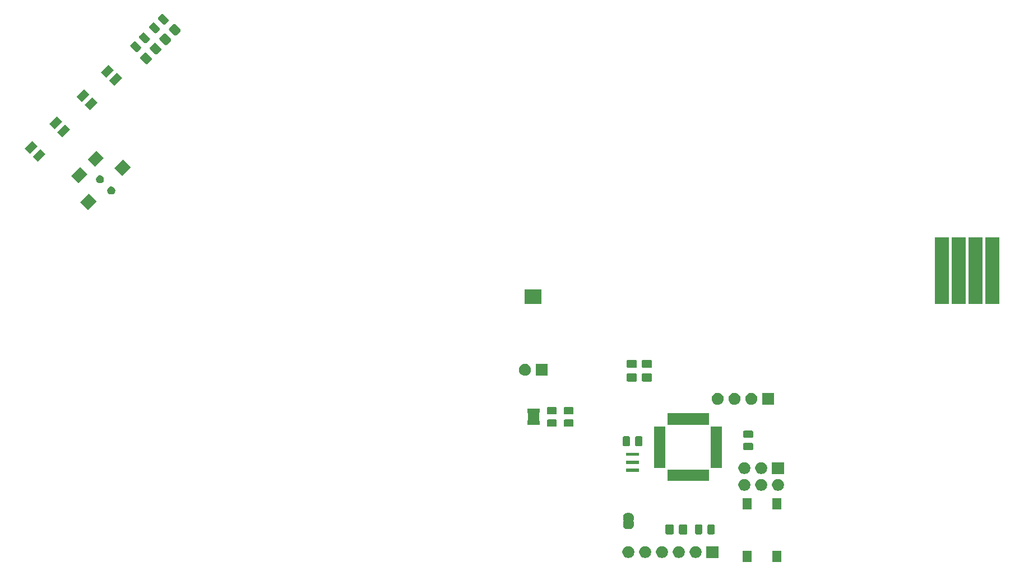
<source format=gbr>
G04 #@! TF.GenerationSoftware,KiCad,Pcbnew,(5.1.5-0-10_14)*
G04 #@! TF.CreationDate,2020-02-02T15:59:47-05:00*
G04 #@! TF.ProjectId,mobo,6d6f626f-2e6b-4696-9361-645f70636258,rev?*
G04 #@! TF.SameCoordinates,Original*
G04 #@! TF.FileFunction,Soldermask,Top*
G04 #@! TF.FilePolarity,Negative*
%FSLAX46Y46*%
G04 Gerber Fmt 4.6, Leading zero omitted, Abs format (unit mm)*
G04 Created by KiCad (PCBNEW (5.1.5-0-10_14)) date 2020-02-02 15:59:47*
%MOMM*%
%LPD*%
G04 APERTURE LIST*
%ADD10C,0.100000*%
G04 APERTURE END LIST*
D10*
G36*
X159542000Y-164186000D02*
G01*
X158140000Y-164186000D01*
X158140000Y-162534000D01*
X159542000Y-162534000D01*
X159542000Y-164186000D01*
G37*
G36*
X155042000Y-164186000D02*
G01*
X153640000Y-164186000D01*
X153640000Y-162534000D01*
X155042000Y-162534000D01*
X155042000Y-164186000D01*
G37*
G36*
X144131512Y-161790927D02*
G01*
X144280812Y-161820624D01*
X144444784Y-161888544D01*
X144592354Y-161987147D01*
X144717853Y-162112646D01*
X144816456Y-162260216D01*
X144884376Y-162424188D01*
X144919000Y-162598259D01*
X144919000Y-162775741D01*
X144884376Y-162949812D01*
X144816456Y-163113784D01*
X144717853Y-163261354D01*
X144592354Y-163386853D01*
X144444784Y-163485456D01*
X144280812Y-163553376D01*
X144131512Y-163583073D01*
X144106742Y-163588000D01*
X143929258Y-163588000D01*
X143904488Y-163583073D01*
X143755188Y-163553376D01*
X143591216Y-163485456D01*
X143443646Y-163386853D01*
X143318147Y-163261354D01*
X143219544Y-163113784D01*
X143151624Y-162949812D01*
X143117000Y-162775741D01*
X143117000Y-162598259D01*
X143151624Y-162424188D01*
X143219544Y-162260216D01*
X143318147Y-162112646D01*
X143443646Y-161987147D01*
X143591216Y-161888544D01*
X143755188Y-161820624D01*
X143904488Y-161790927D01*
X143929258Y-161786000D01*
X144106742Y-161786000D01*
X144131512Y-161790927D01*
G37*
G36*
X141591512Y-161790927D02*
G01*
X141740812Y-161820624D01*
X141904784Y-161888544D01*
X142052354Y-161987147D01*
X142177853Y-162112646D01*
X142276456Y-162260216D01*
X142344376Y-162424188D01*
X142379000Y-162598259D01*
X142379000Y-162775741D01*
X142344376Y-162949812D01*
X142276456Y-163113784D01*
X142177853Y-163261354D01*
X142052354Y-163386853D01*
X141904784Y-163485456D01*
X141740812Y-163553376D01*
X141591512Y-163583073D01*
X141566742Y-163588000D01*
X141389258Y-163588000D01*
X141364488Y-163583073D01*
X141215188Y-163553376D01*
X141051216Y-163485456D01*
X140903646Y-163386853D01*
X140778147Y-163261354D01*
X140679544Y-163113784D01*
X140611624Y-162949812D01*
X140577000Y-162775741D01*
X140577000Y-162598259D01*
X140611624Y-162424188D01*
X140679544Y-162260216D01*
X140778147Y-162112646D01*
X140903646Y-161987147D01*
X141051216Y-161888544D01*
X141215188Y-161820624D01*
X141364488Y-161790927D01*
X141389258Y-161786000D01*
X141566742Y-161786000D01*
X141591512Y-161790927D01*
G37*
G36*
X139051512Y-161790927D02*
G01*
X139200812Y-161820624D01*
X139364784Y-161888544D01*
X139512354Y-161987147D01*
X139637853Y-162112646D01*
X139736456Y-162260216D01*
X139804376Y-162424188D01*
X139839000Y-162598259D01*
X139839000Y-162775741D01*
X139804376Y-162949812D01*
X139736456Y-163113784D01*
X139637853Y-163261354D01*
X139512354Y-163386853D01*
X139364784Y-163485456D01*
X139200812Y-163553376D01*
X139051512Y-163583073D01*
X139026742Y-163588000D01*
X138849258Y-163588000D01*
X138824488Y-163583073D01*
X138675188Y-163553376D01*
X138511216Y-163485456D01*
X138363646Y-163386853D01*
X138238147Y-163261354D01*
X138139544Y-163113784D01*
X138071624Y-162949812D01*
X138037000Y-162775741D01*
X138037000Y-162598259D01*
X138071624Y-162424188D01*
X138139544Y-162260216D01*
X138238147Y-162112646D01*
X138363646Y-161987147D01*
X138511216Y-161888544D01*
X138675188Y-161820624D01*
X138824488Y-161790927D01*
X138849258Y-161786000D01*
X139026742Y-161786000D01*
X139051512Y-161790927D01*
G37*
G36*
X136511512Y-161790927D02*
G01*
X136660812Y-161820624D01*
X136824784Y-161888544D01*
X136972354Y-161987147D01*
X137097853Y-162112646D01*
X137196456Y-162260216D01*
X137264376Y-162424188D01*
X137299000Y-162598259D01*
X137299000Y-162775741D01*
X137264376Y-162949812D01*
X137196456Y-163113784D01*
X137097853Y-163261354D01*
X136972354Y-163386853D01*
X136824784Y-163485456D01*
X136660812Y-163553376D01*
X136511512Y-163583073D01*
X136486742Y-163588000D01*
X136309258Y-163588000D01*
X136284488Y-163583073D01*
X136135188Y-163553376D01*
X135971216Y-163485456D01*
X135823646Y-163386853D01*
X135698147Y-163261354D01*
X135599544Y-163113784D01*
X135531624Y-162949812D01*
X135497000Y-162775741D01*
X135497000Y-162598259D01*
X135531624Y-162424188D01*
X135599544Y-162260216D01*
X135698147Y-162112646D01*
X135823646Y-161987147D01*
X135971216Y-161888544D01*
X136135188Y-161820624D01*
X136284488Y-161790927D01*
X136309258Y-161786000D01*
X136486742Y-161786000D01*
X136511512Y-161790927D01*
G37*
G36*
X149999000Y-163588000D02*
G01*
X148197000Y-163588000D01*
X148197000Y-161786000D01*
X149999000Y-161786000D01*
X149999000Y-163588000D01*
G37*
G36*
X146671512Y-161790927D02*
G01*
X146820812Y-161820624D01*
X146984784Y-161888544D01*
X147132354Y-161987147D01*
X147257853Y-162112646D01*
X147356456Y-162260216D01*
X147424376Y-162424188D01*
X147459000Y-162598259D01*
X147459000Y-162775741D01*
X147424376Y-162949812D01*
X147356456Y-163113784D01*
X147257853Y-163261354D01*
X147132354Y-163386853D01*
X146984784Y-163485456D01*
X146820812Y-163553376D01*
X146671512Y-163583073D01*
X146646742Y-163588000D01*
X146469258Y-163588000D01*
X146444488Y-163583073D01*
X146295188Y-163553376D01*
X146131216Y-163485456D01*
X145983646Y-163386853D01*
X145858147Y-163261354D01*
X145759544Y-163113784D01*
X145691624Y-162949812D01*
X145657000Y-162775741D01*
X145657000Y-162598259D01*
X145691624Y-162424188D01*
X145759544Y-162260216D01*
X145858147Y-162112646D01*
X145983646Y-161987147D01*
X146131216Y-161888544D01*
X146295188Y-161820624D01*
X146444488Y-161790927D01*
X146469258Y-161786000D01*
X146646742Y-161786000D01*
X146671512Y-161790927D01*
G37*
G36*
X143075674Y-158511465D02*
G01*
X143113367Y-158522899D01*
X143148103Y-158541466D01*
X143178548Y-158566452D01*
X143203534Y-158596897D01*
X143222101Y-158631633D01*
X143233535Y-158669326D01*
X143238000Y-158714661D01*
X143238000Y-159801339D01*
X143233535Y-159846674D01*
X143222101Y-159884367D01*
X143203534Y-159919103D01*
X143178548Y-159949548D01*
X143148103Y-159974534D01*
X143113367Y-159993101D01*
X143075674Y-160004535D01*
X143030339Y-160009000D01*
X142193661Y-160009000D01*
X142148326Y-160004535D01*
X142110633Y-159993101D01*
X142075897Y-159974534D01*
X142045452Y-159949548D01*
X142020466Y-159919103D01*
X142001899Y-159884367D01*
X141990465Y-159846674D01*
X141986000Y-159801339D01*
X141986000Y-158714661D01*
X141990465Y-158669326D01*
X142001899Y-158631633D01*
X142020466Y-158596897D01*
X142045452Y-158566452D01*
X142075897Y-158541466D01*
X142110633Y-158522899D01*
X142148326Y-158511465D01*
X142193661Y-158507000D01*
X143030339Y-158507000D01*
X143075674Y-158511465D01*
G37*
G36*
X145125674Y-158511465D02*
G01*
X145163367Y-158522899D01*
X145198103Y-158541466D01*
X145228548Y-158566452D01*
X145253534Y-158596897D01*
X145272101Y-158631633D01*
X145283535Y-158669326D01*
X145288000Y-158714661D01*
X145288000Y-159801339D01*
X145283535Y-159846674D01*
X145272101Y-159884367D01*
X145253534Y-159919103D01*
X145228548Y-159949548D01*
X145198103Y-159974534D01*
X145163367Y-159993101D01*
X145125674Y-160004535D01*
X145080339Y-160009000D01*
X144243661Y-160009000D01*
X144198326Y-160004535D01*
X144160633Y-159993101D01*
X144125897Y-159974534D01*
X144095452Y-159949548D01*
X144070466Y-159919103D01*
X144051899Y-159884367D01*
X144040465Y-159846674D01*
X144036000Y-159801339D01*
X144036000Y-158714661D01*
X144040465Y-158669326D01*
X144051899Y-158631633D01*
X144070466Y-158596897D01*
X144095452Y-158566452D01*
X144125897Y-158541466D01*
X144160633Y-158522899D01*
X144198326Y-158511465D01*
X144243661Y-158507000D01*
X145080339Y-158507000D01*
X145125674Y-158511465D01*
G37*
G36*
X147389468Y-158511565D02*
G01*
X147428138Y-158523296D01*
X147463777Y-158542346D01*
X147495017Y-158567983D01*
X147520654Y-158599223D01*
X147539704Y-158634862D01*
X147551435Y-158673532D01*
X147556000Y-158719888D01*
X147556000Y-159796112D01*
X147551435Y-159842468D01*
X147539704Y-159881138D01*
X147520654Y-159916777D01*
X147495017Y-159948017D01*
X147463777Y-159973654D01*
X147428138Y-159992704D01*
X147389468Y-160004435D01*
X147343112Y-160009000D01*
X146691888Y-160009000D01*
X146645532Y-160004435D01*
X146606862Y-159992704D01*
X146571223Y-159973654D01*
X146539983Y-159948017D01*
X146514346Y-159916777D01*
X146495296Y-159881138D01*
X146483565Y-159842468D01*
X146479000Y-159796112D01*
X146479000Y-158719888D01*
X146483565Y-158673532D01*
X146495296Y-158634862D01*
X146514346Y-158599223D01*
X146539983Y-158567983D01*
X146571223Y-158542346D01*
X146606862Y-158523296D01*
X146645532Y-158511565D01*
X146691888Y-158507000D01*
X147343112Y-158507000D01*
X147389468Y-158511565D01*
G37*
G36*
X149264468Y-158511565D02*
G01*
X149303138Y-158523296D01*
X149338777Y-158542346D01*
X149370017Y-158567983D01*
X149395654Y-158599223D01*
X149414704Y-158634862D01*
X149426435Y-158673532D01*
X149431000Y-158719888D01*
X149431000Y-159796112D01*
X149426435Y-159842468D01*
X149414704Y-159881138D01*
X149395654Y-159916777D01*
X149370017Y-159948017D01*
X149338777Y-159973654D01*
X149303138Y-159992704D01*
X149264468Y-160004435D01*
X149218112Y-160009000D01*
X148566888Y-160009000D01*
X148520532Y-160004435D01*
X148481862Y-159992704D01*
X148446223Y-159973654D01*
X148414983Y-159948017D01*
X148389346Y-159916777D01*
X148370296Y-159881138D01*
X148358565Y-159842468D01*
X148354000Y-159796112D01*
X148354000Y-158719888D01*
X148358565Y-158673532D01*
X148370296Y-158634862D01*
X148389346Y-158599223D01*
X148414983Y-158567983D01*
X148446223Y-158542346D01*
X148481862Y-158523296D01*
X148520532Y-158511565D01*
X148566888Y-158507000D01*
X149218112Y-158507000D01*
X149264468Y-158511565D01*
G37*
G36*
X136660199Y-156787954D02*
G01*
X136672450Y-156788556D01*
X136690869Y-156788556D01*
X136713149Y-156790750D01*
X136797233Y-156807476D01*
X136818660Y-156813976D01*
X136897858Y-156846780D01*
X136903303Y-156849691D01*
X136903309Y-156849693D01*
X136912169Y-156854429D01*
X136912173Y-156854432D01*
X136917614Y-156857340D01*
X136988899Y-156904971D01*
X137006204Y-156919172D01*
X137066828Y-156979796D01*
X137081029Y-156997101D01*
X137128660Y-157068386D01*
X137131568Y-157073827D01*
X137131571Y-157073831D01*
X137136307Y-157082691D01*
X137136309Y-157082697D01*
X137139220Y-157088142D01*
X137172024Y-157167340D01*
X137178524Y-157188767D01*
X137195250Y-157272851D01*
X137197444Y-157295131D01*
X137197444Y-157313550D01*
X137198046Y-157325801D01*
X137199852Y-157344139D01*
X137199852Y-157831860D01*
X137198263Y-157847999D01*
X137195348Y-157857608D01*
X137190610Y-157866472D01*
X137184237Y-157874237D01*
X137171794Y-157884448D01*
X137161425Y-157891378D01*
X137144098Y-157908705D01*
X137130485Y-157929080D01*
X137121109Y-157951720D01*
X137116329Y-157975753D01*
X137116330Y-158000257D01*
X137121112Y-158024290D01*
X137130490Y-158046929D01*
X137144105Y-158067302D01*
X137161432Y-158084629D01*
X137171802Y-158091558D01*
X137184237Y-158101763D01*
X137190610Y-158109528D01*
X137195348Y-158118392D01*
X137198263Y-158128001D01*
X137199852Y-158144140D01*
X137199852Y-158631862D01*
X137198046Y-158650199D01*
X137197444Y-158662450D01*
X137197444Y-158680869D01*
X137195250Y-158703149D01*
X137178524Y-158787233D01*
X137172024Y-158808660D01*
X137139220Y-158887858D01*
X137136309Y-158893303D01*
X137136307Y-158893309D01*
X137131571Y-158902169D01*
X137131568Y-158902173D01*
X137128660Y-158907614D01*
X137081029Y-158978899D01*
X137066828Y-158996204D01*
X137006204Y-159056828D01*
X136988899Y-159071029D01*
X136917614Y-159118660D01*
X136912173Y-159121568D01*
X136912169Y-159121571D01*
X136903309Y-159126307D01*
X136903303Y-159126309D01*
X136897858Y-159129220D01*
X136818660Y-159162024D01*
X136797233Y-159168524D01*
X136713149Y-159185250D01*
X136690869Y-159187444D01*
X136672450Y-159187444D01*
X136660199Y-159188046D01*
X136641862Y-159189852D01*
X136154138Y-159189852D01*
X136135801Y-159188046D01*
X136123550Y-159187444D01*
X136105131Y-159187444D01*
X136082851Y-159185250D01*
X135998767Y-159168524D01*
X135977340Y-159162024D01*
X135898142Y-159129220D01*
X135892697Y-159126309D01*
X135892691Y-159126307D01*
X135883831Y-159121571D01*
X135883827Y-159121568D01*
X135878386Y-159118660D01*
X135807101Y-159071029D01*
X135789796Y-159056828D01*
X135729172Y-158996204D01*
X135714971Y-158978899D01*
X135667340Y-158907614D01*
X135664432Y-158902173D01*
X135664429Y-158902169D01*
X135659693Y-158893309D01*
X135659691Y-158893303D01*
X135656780Y-158887858D01*
X135623976Y-158808660D01*
X135617476Y-158787233D01*
X135600750Y-158703149D01*
X135598556Y-158680869D01*
X135598556Y-158662450D01*
X135597954Y-158650199D01*
X135596148Y-158631862D01*
X135596148Y-158144140D01*
X135597737Y-158128001D01*
X135600652Y-158118392D01*
X135605390Y-158109528D01*
X135611763Y-158101763D01*
X135624206Y-158091552D01*
X135634575Y-158084622D01*
X135651902Y-158067295D01*
X135665515Y-158046920D01*
X135674891Y-158024280D01*
X135679671Y-158000247D01*
X135679670Y-157975743D01*
X135674888Y-157951710D01*
X135665510Y-157929071D01*
X135651895Y-157908698D01*
X135634568Y-157891371D01*
X135624198Y-157884442D01*
X135611763Y-157874237D01*
X135605390Y-157866472D01*
X135600652Y-157857608D01*
X135597737Y-157847999D01*
X135596148Y-157831860D01*
X135596148Y-157344139D01*
X135597954Y-157325801D01*
X135598556Y-157313550D01*
X135598556Y-157295131D01*
X135600750Y-157272851D01*
X135617476Y-157188767D01*
X135623976Y-157167340D01*
X135656780Y-157088142D01*
X135659691Y-157082697D01*
X135659693Y-157082691D01*
X135664429Y-157073831D01*
X135664432Y-157073827D01*
X135667340Y-157068386D01*
X135714971Y-156997101D01*
X135729172Y-156979796D01*
X135789796Y-156919172D01*
X135807101Y-156904971D01*
X135878386Y-156857340D01*
X135883827Y-156854432D01*
X135883831Y-156854429D01*
X135892691Y-156849693D01*
X135892697Y-156849691D01*
X135898142Y-156846780D01*
X135977340Y-156813976D01*
X135998767Y-156807476D01*
X136082851Y-156790750D01*
X136105131Y-156788556D01*
X136123550Y-156788556D01*
X136135801Y-156787954D01*
X136154139Y-156786148D01*
X136641861Y-156786148D01*
X136660199Y-156787954D01*
G37*
G36*
X155042000Y-156236000D02*
G01*
X153640000Y-156236000D01*
X153640000Y-154584000D01*
X155042000Y-154584000D01*
X155042000Y-156236000D01*
G37*
G36*
X159542000Y-156236000D02*
G01*
X158140000Y-156236000D01*
X158140000Y-154584000D01*
X159542000Y-154584000D01*
X159542000Y-156236000D01*
G37*
G36*
X156577512Y-151630927D02*
G01*
X156726812Y-151660624D01*
X156890784Y-151728544D01*
X157038354Y-151827147D01*
X157163853Y-151952646D01*
X157262456Y-152100216D01*
X157330376Y-152264188D01*
X157365000Y-152438259D01*
X157365000Y-152615741D01*
X157330376Y-152789812D01*
X157262456Y-152953784D01*
X157163853Y-153101354D01*
X157038354Y-153226853D01*
X156890784Y-153325456D01*
X156726812Y-153393376D01*
X156577512Y-153423073D01*
X156552742Y-153428000D01*
X156375258Y-153428000D01*
X156350488Y-153423073D01*
X156201188Y-153393376D01*
X156037216Y-153325456D01*
X155889646Y-153226853D01*
X155764147Y-153101354D01*
X155665544Y-152953784D01*
X155597624Y-152789812D01*
X155563000Y-152615741D01*
X155563000Y-152438259D01*
X155597624Y-152264188D01*
X155665544Y-152100216D01*
X155764147Y-151952646D01*
X155889646Y-151827147D01*
X156037216Y-151728544D01*
X156201188Y-151660624D01*
X156350488Y-151630927D01*
X156375258Y-151626000D01*
X156552742Y-151626000D01*
X156577512Y-151630927D01*
G37*
G36*
X154037512Y-151630927D02*
G01*
X154186812Y-151660624D01*
X154350784Y-151728544D01*
X154498354Y-151827147D01*
X154623853Y-151952646D01*
X154722456Y-152100216D01*
X154790376Y-152264188D01*
X154825000Y-152438259D01*
X154825000Y-152615741D01*
X154790376Y-152789812D01*
X154722456Y-152953784D01*
X154623853Y-153101354D01*
X154498354Y-153226853D01*
X154350784Y-153325456D01*
X154186812Y-153393376D01*
X154037512Y-153423073D01*
X154012742Y-153428000D01*
X153835258Y-153428000D01*
X153810488Y-153423073D01*
X153661188Y-153393376D01*
X153497216Y-153325456D01*
X153349646Y-153226853D01*
X153224147Y-153101354D01*
X153125544Y-152953784D01*
X153057624Y-152789812D01*
X153023000Y-152615741D01*
X153023000Y-152438259D01*
X153057624Y-152264188D01*
X153125544Y-152100216D01*
X153224147Y-151952646D01*
X153349646Y-151827147D01*
X153497216Y-151728544D01*
X153661188Y-151660624D01*
X153810488Y-151630927D01*
X153835258Y-151626000D01*
X154012742Y-151626000D01*
X154037512Y-151630927D01*
G37*
G36*
X159117512Y-151630927D02*
G01*
X159266812Y-151660624D01*
X159430784Y-151728544D01*
X159578354Y-151827147D01*
X159703853Y-151952646D01*
X159802456Y-152100216D01*
X159870376Y-152264188D01*
X159905000Y-152438259D01*
X159905000Y-152615741D01*
X159870376Y-152789812D01*
X159802456Y-152953784D01*
X159703853Y-153101354D01*
X159578354Y-153226853D01*
X159430784Y-153325456D01*
X159266812Y-153393376D01*
X159117512Y-153423073D01*
X159092742Y-153428000D01*
X158915258Y-153428000D01*
X158890488Y-153423073D01*
X158741188Y-153393376D01*
X158577216Y-153325456D01*
X158429646Y-153226853D01*
X158304147Y-153101354D01*
X158205544Y-152953784D01*
X158137624Y-152789812D01*
X158103000Y-152615741D01*
X158103000Y-152438259D01*
X158137624Y-152264188D01*
X158205544Y-152100216D01*
X158304147Y-151952646D01*
X158429646Y-151827147D01*
X158577216Y-151728544D01*
X158741188Y-151660624D01*
X158890488Y-151630927D01*
X158915258Y-151626000D01*
X159092742Y-151626000D01*
X159117512Y-151630927D01*
G37*
G36*
X148541000Y-151913000D02*
G01*
X142289000Y-151913000D01*
X142289000Y-150211000D01*
X148541000Y-150211000D01*
X148541000Y-151913000D01*
G37*
G36*
X156577512Y-149090927D02*
G01*
X156726812Y-149120624D01*
X156890784Y-149188544D01*
X157038354Y-149287147D01*
X157163853Y-149412646D01*
X157262456Y-149560216D01*
X157330376Y-149724188D01*
X157365000Y-149898259D01*
X157365000Y-150075741D01*
X157330376Y-150249812D01*
X157262456Y-150413784D01*
X157163853Y-150561354D01*
X157038354Y-150686853D01*
X156890784Y-150785456D01*
X156726812Y-150853376D01*
X156577512Y-150883073D01*
X156552742Y-150888000D01*
X156375258Y-150888000D01*
X156350488Y-150883073D01*
X156201188Y-150853376D01*
X156037216Y-150785456D01*
X155889646Y-150686853D01*
X155764147Y-150561354D01*
X155665544Y-150413784D01*
X155597624Y-150249812D01*
X155563000Y-150075741D01*
X155563000Y-149898259D01*
X155597624Y-149724188D01*
X155665544Y-149560216D01*
X155764147Y-149412646D01*
X155889646Y-149287147D01*
X156037216Y-149188544D01*
X156201188Y-149120624D01*
X156350488Y-149090927D01*
X156375258Y-149086000D01*
X156552742Y-149086000D01*
X156577512Y-149090927D01*
G37*
G36*
X159905000Y-150888000D02*
G01*
X158103000Y-150888000D01*
X158103000Y-149086000D01*
X159905000Y-149086000D01*
X159905000Y-150888000D01*
G37*
G36*
X154037512Y-149090927D02*
G01*
X154186812Y-149120624D01*
X154350784Y-149188544D01*
X154498354Y-149287147D01*
X154623853Y-149412646D01*
X154722456Y-149560216D01*
X154790376Y-149724188D01*
X154825000Y-149898259D01*
X154825000Y-150075741D01*
X154790376Y-150249812D01*
X154722456Y-150413784D01*
X154623853Y-150561354D01*
X154498354Y-150686853D01*
X154350784Y-150785456D01*
X154186812Y-150853376D01*
X154037512Y-150883073D01*
X154012742Y-150888000D01*
X153835258Y-150888000D01*
X153810488Y-150883073D01*
X153661188Y-150853376D01*
X153497216Y-150785456D01*
X153349646Y-150686853D01*
X153224147Y-150561354D01*
X153125544Y-150413784D01*
X153057624Y-150249812D01*
X153023000Y-150075741D01*
X153023000Y-149898259D01*
X153057624Y-149724188D01*
X153125544Y-149560216D01*
X153224147Y-149412646D01*
X153349646Y-149287147D01*
X153497216Y-149188544D01*
X153661188Y-149120624D01*
X153810488Y-149090927D01*
X153835258Y-149086000D01*
X154012742Y-149086000D01*
X154037512Y-149090927D01*
G37*
G36*
X138034000Y-150549000D02*
G01*
X136032000Y-150549000D01*
X136032000Y-150047000D01*
X138034000Y-150047000D01*
X138034000Y-150549000D01*
G37*
G36*
X142016000Y-149938000D02*
G01*
X140314000Y-149938000D01*
X140314000Y-143686000D01*
X142016000Y-143686000D01*
X142016000Y-149938000D01*
G37*
G36*
X150516000Y-149938000D02*
G01*
X148814000Y-149938000D01*
X148814000Y-143686000D01*
X150516000Y-143686000D01*
X150516000Y-149938000D01*
G37*
G36*
X138034000Y-149349000D02*
G01*
X136032000Y-149349000D01*
X136032000Y-148847000D01*
X138034000Y-148847000D01*
X138034000Y-149349000D01*
G37*
G36*
X138034000Y-148149000D02*
G01*
X136032000Y-148149000D01*
X136032000Y-147647000D01*
X138034000Y-147647000D01*
X138034000Y-148149000D01*
G37*
G36*
X155084468Y-146199565D02*
G01*
X155123138Y-146211296D01*
X155158777Y-146230346D01*
X155190017Y-146255983D01*
X155215654Y-146287223D01*
X155234704Y-146322862D01*
X155246435Y-146361532D01*
X155251000Y-146407888D01*
X155251000Y-147059112D01*
X155246435Y-147105468D01*
X155234704Y-147144138D01*
X155215654Y-147179777D01*
X155190017Y-147211017D01*
X155158777Y-147236654D01*
X155123138Y-147255704D01*
X155084468Y-147267435D01*
X155038112Y-147272000D01*
X153961888Y-147272000D01*
X153915532Y-147267435D01*
X153876862Y-147255704D01*
X153841223Y-147236654D01*
X153809983Y-147211017D01*
X153784346Y-147179777D01*
X153765296Y-147144138D01*
X153753565Y-147105468D01*
X153749000Y-147059112D01*
X153749000Y-146407888D01*
X153753565Y-146361532D01*
X153765296Y-146322862D01*
X153784346Y-146287223D01*
X153809983Y-146255983D01*
X153841223Y-146230346D01*
X153876862Y-146211296D01*
X153915532Y-146199565D01*
X153961888Y-146195000D01*
X155038112Y-146195000D01*
X155084468Y-146199565D01*
G37*
G36*
X136467468Y-145176565D02*
G01*
X136506138Y-145188296D01*
X136541777Y-145207346D01*
X136573017Y-145232983D01*
X136598654Y-145264223D01*
X136617704Y-145299862D01*
X136629435Y-145338532D01*
X136634000Y-145384888D01*
X136634000Y-146461112D01*
X136629435Y-146507468D01*
X136617704Y-146546138D01*
X136598654Y-146581777D01*
X136573017Y-146613017D01*
X136541777Y-146638654D01*
X136506138Y-146657704D01*
X136467468Y-146669435D01*
X136421112Y-146674000D01*
X135769888Y-146674000D01*
X135723532Y-146669435D01*
X135684862Y-146657704D01*
X135649223Y-146638654D01*
X135617983Y-146613017D01*
X135592346Y-146581777D01*
X135573296Y-146546138D01*
X135561565Y-146507468D01*
X135557000Y-146461112D01*
X135557000Y-145384888D01*
X135561565Y-145338532D01*
X135573296Y-145299862D01*
X135592346Y-145264223D01*
X135617983Y-145232983D01*
X135649223Y-145207346D01*
X135684862Y-145188296D01*
X135723532Y-145176565D01*
X135769888Y-145172000D01*
X136421112Y-145172000D01*
X136467468Y-145176565D01*
G37*
G36*
X138342468Y-145176565D02*
G01*
X138381138Y-145188296D01*
X138416777Y-145207346D01*
X138448017Y-145232983D01*
X138473654Y-145264223D01*
X138492704Y-145299862D01*
X138504435Y-145338532D01*
X138509000Y-145384888D01*
X138509000Y-146461112D01*
X138504435Y-146507468D01*
X138492704Y-146546138D01*
X138473654Y-146581777D01*
X138448017Y-146613017D01*
X138416777Y-146638654D01*
X138381138Y-146657704D01*
X138342468Y-146669435D01*
X138296112Y-146674000D01*
X137644888Y-146674000D01*
X137598532Y-146669435D01*
X137559862Y-146657704D01*
X137524223Y-146638654D01*
X137492983Y-146613017D01*
X137467346Y-146581777D01*
X137448296Y-146546138D01*
X137436565Y-146507468D01*
X137432000Y-146461112D01*
X137432000Y-145384888D01*
X137436565Y-145338532D01*
X137448296Y-145299862D01*
X137467346Y-145264223D01*
X137492983Y-145232983D01*
X137524223Y-145207346D01*
X137559862Y-145188296D01*
X137598532Y-145176565D01*
X137644888Y-145172000D01*
X138296112Y-145172000D01*
X138342468Y-145176565D01*
G37*
G36*
X155084468Y-144324565D02*
G01*
X155123138Y-144336296D01*
X155158777Y-144355346D01*
X155190017Y-144380983D01*
X155215654Y-144412223D01*
X155234704Y-144447862D01*
X155246435Y-144486532D01*
X155251000Y-144532888D01*
X155251000Y-145184112D01*
X155246435Y-145230468D01*
X155234704Y-145269138D01*
X155215654Y-145304777D01*
X155190017Y-145336017D01*
X155158777Y-145361654D01*
X155123138Y-145380704D01*
X155084468Y-145392435D01*
X155038112Y-145397000D01*
X153961888Y-145397000D01*
X153915532Y-145392435D01*
X153876862Y-145380704D01*
X153841223Y-145361654D01*
X153809983Y-145336017D01*
X153784346Y-145304777D01*
X153765296Y-145269138D01*
X153753565Y-145230468D01*
X153749000Y-145184112D01*
X153749000Y-144532888D01*
X153753565Y-144486532D01*
X153765296Y-144447862D01*
X153784346Y-144412223D01*
X153809983Y-144380983D01*
X153841223Y-144355346D01*
X153876862Y-144336296D01*
X153915532Y-144324565D01*
X153961888Y-144320000D01*
X155038112Y-144320000D01*
X155084468Y-144324565D01*
G37*
G36*
X127965468Y-142643565D02*
G01*
X128004138Y-142655296D01*
X128039777Y-142674346D01*
X128071017Y-142699983D01*
X128096654Y-142731223D01*
X128115704Y-142766862D01*
X128127435Y-142805532D01*
X128132000Y-142851888D01*
X128132000Y-143503112D01*
X128127435Y-143549468D01*
X128115704Y-143588138D01*
X128096654Y-143623777D01*
X128071017Y-143655017D01*
X128039777Y-143680654D01*
X128004138Y-143699704D01*
X127965468Y-143711435D01*
X127919112Y-143716000D01*
X126842888Y-143716000D01*
X126796532Y-143711435D01*
X126757862Y-143699704D01*
X126722223Y-143680654D01*
X126690983Y-143655017D01*
X126665346Y-143623777D01*
X126646296Y-143588138D01*
X126634565Y-143549468D01*
X126630000Y-143503112D01*
X126630000Y-142851888D01*
X126634565Y-142805532D01*
X126646296Y-142766862D01*
X126665346Y-142731223D01*
X126690983Y-142699983D01*
X126722223Y-142674346D01*
X126757862Y-142655296D01*
X126796532Y-142643565D01*
X126842888Y-142639000D01*
X127919112Y-142639000D01*
X127965468Y-142643565D01*
G37*
G36*
X125425468Y-142643565D02*
G01*
X125464138Y-142655296D01*
X125499777Y-142674346D01*
X125531017Y-142699983D01*
X125556654Y-142731223D01*
X125575704Y-142766862D01*
X125587435Y-142805532D01*
X125592000Y-142851888D01*
X125592000Y-143503112D01*
X125587435Y-143549468D01*
X125575704Y-143588138D01*
X125556654Y-143623777D01*
X125531017Y-143655017D01*
X125499777Y-143680654D01*
X125464138Y-143699704D01*
X125425468Y-143711435D01*
X125379112Y-143716000D01*
X124302888Y-143716000D01*
X124256532Y-143711435D01*
X124217862Y-143699704D01*
X124182223Y-143680654D01*
X124150983Y-143655017D01*
X124125346Y-143623777D01*
X124106296Y-143588138D01*
X124094565Y-143549468D01*
X124090000Y-143503112D01*
X124090000Y-142851888D01*
X124094565Y-142805532D01*
X124106296Y-142766862D01*
X124125346Y-142731223D01*
X124150983Y-142699983D01*
X124182223Y-142674346D01*
X124217862Y-142655296D01*
X124256532Y-142643565D01*
X124302888Y-142639000D01*
X125379112Y-142639000D01*
X125425468Y-142643565D01*
G37*
G36*
X122973000Y-141601672D02*
G01*
X122953553Y-141612066D01*
X122934611Y-141627611D01*
X122919066Y-141646553D01*
X122907515Y-141668164D01*
X122900402Y-141691613D01*
X122898000Y-141715999D01*
X122898000Y-142764001D01*
X122900402Y-142788387D01*
X122907515Y-142811836D01*
X122919066Y-142833447D01*
X122934611Y-142852389D01*
X122953553Y-142867934D01*
X122973000Y-142878328D01*
X122973000Y-143491000D01*
X121121000Y-143491000D01*
X121121000Y-142878328D01*
X121140447Y-142867934D01*
X121159389Y-142852389D01*
X121174934Y-142833447D01*
X121186485Y-142811836D01*
X121193598Y-142788387D01*
X121196000Y-142764001D01*
X121196000Y-141715999D01*
X121193598Y-141691613D01*
X121186485Y-141668164D01*
X121174934Y-141646553D01*
X121159389Y-141627611D01*
X121140447Y-141612066D01*
X121121000Y-141601672D01*
X121121000Y-140989000D01*
X122973000Y-140989000D01*
X122973000Y-141601672D01*
G37*
G36*
X148541000Y-143413000D02*
G01*
X142289000Y-143413000D01*
X142289000Y-141711000D01*
X148541000Y-141711000D01*
X148541000Y-143413000D01*
G37*
G36*
X127965468Y-140768565D02*
G01*
X128004138Y-140780296D01*
X128039777Y-140799346D01*
X128071017Y-140824983D01*
X128096654Y-140856223D01*
X128115704Y-140891862D01*
X128127435Y-140930532D01*
X128132000Y-140976888D01*
X128132000Y-141628112D01*
X128127435Y-141674468D01*
X128115704Y-141713138D01*
X128096654Y-141748777D01*
X128071017Y-141780017D01*
X128039777Y-141805654D01*
X128004138Y-141824704D01*
X127965468Y-141836435D01*
X127919112Y-141841000D01*
X126842888Y-141841000D01*
X126796532Y-141836435D01*
X126757862Y-141824704D01*
X126722223Y-141805654D01*
X126690983Y-141780017D01*
X126665346Y-141748777D01*
X126646296Y-141713138D01*
X126634565Y-141674468D01*
X126630000Y-141628112D01*
X126630000Y-140976888D01*
X126634565Y-140930532D01*
X126646296Y-140891862D01*
X126665346Y-140856223D01*
X126690983Y-140824983D01*
X126722223Y-140799346D01*
X126757862Y-140780296D01*
X126796532Y-140768565D01*
X126842888Y-140764000D01*
X127919112Y-140764000D01*
X127965468Y-140768565D01*
G37*
G36*
X125425468Y-140768565D02*
G01*
X125464138Y-140780296D01*
X125499777Y-140799346D01*
X125531017Y-140824983D01*
X125556654Y-140856223D01*
X125575704Y-140891862D01*
X125587435Y-140930532D01*
X125592000Y-140976888D01*
X125592000Y-141628112D01*
X125587435Y-141674468D01*
X125575704Y-141713138D01*
X125556654Y-141748777D01*
X125531017Y-141780017D01*
X125499777Y-141805654D01*
X125464138Y-141824704D01*
X125425468Y-141836435D01*
X125379112Y-141841000D01*
X124302888Y-141841000D01*
X124256532Y-141836435D01*
X124217862Y-141824704D01*
X124182223Y-141805654D01*
X124150983Y-141780017D01*
X124125346Y-141748777D01*
X124106296Y-141713138D01*
X124094565Y-141674468D01*
X124090000Y-141628112D01*
X124090000Y-140976888D01*
X124094565Y-140930532D01*
X124106296Y-140891862D01*
X124125346Y-140856223D01*
X124150983Y-140824983D01*
X124182223Y-140799346D01*
X124217862Y-140780296D01*
X124256532Y-140768565D01*
X124302888Y-140764000D01*
X125379112Y-140764000D01*
X125425468Y-140768565D01*
G37*
G36*
X149993512Y-138603927D02*
G01*
X150142812Y-138633624D01*
X150306784Y-138701544D01*
X150454354Y-138800147D01*
X150579853Y-138925646D01*
X150678456Y-139073216D01*
X150746376Y-139237188D01*
X150781000Y-139411259D01*
X150781000Y-139588741D01*
X150746376Y-139762812D01*
X150678456Y-139926784D01*
X150579853Y-140074354D01*
X150454354Y-140199853D01*
X150306784Y-140298456D01*
X150142812Y-140366376D01*
X149993512Y-140396073D01*
X149968742Y-140401000D01*
X149791258Y-140401000D01*
X149766488Y-140396073D01*
X149617188Y-140366376D01*
X149453216Y-140298456D01*
X149305646Y-140199853D01*
X149180147Y-140074354D01*
X149081544Y-139926784D01*
X149013624Y-139762812D01*
X148979000Y-139588741D01*
X148979000Y-139411259D01*
X149013624Y-139237188D01*
X149081544Y-139073216D01*
X149180147Y-138925646D01*
X149305646Y-138800147D01*
X149453216Y-138701544D01*
X149617188Y-138633624D01*
X149766488Y-138603927D01*
X149791258Y-138599000D01*
X149968742Y-138599000D01*
X149993512Y-138603927D01*
G37*
G36*
X152533512Y-138603927D02*
G01*
X152682812Y-138633624D01*
X152846784Y-138701544D01*
X152994354Y-138800147D01*
X153119853Y-138925646D01*
X153218456Y-139073216D01*
X153286376Y-139237188D01*
X153321000Y-139411259D01*
X153321000Y-139588741D01*
X153286376Y-139762812D01*
X153218456Y-139926784D01*
X153119853Y-140074354D01*
X152994354Y-140199853D01*
X152846784Y-140298456D01*
X152682812Y-140366376D01*
X152533512Y-140396073D01*
X152508742Y-140401000D01*
X152331258Y-140401000D01*
X152306488Y-140396073D01*
X152157188Y-140366376D01*
X151993216Y-140298456D01*
X151845646Y-140199853D01*
X151720147Y-140074354D01*
X151621544Y-139926784D01*
X151553624Y-139762812D01*
X151519000Y-139588741D01*
X151519000Y-139411259D01*
X151553624Y-139237188D01*
X151621544Y-139073216D01*
X151720147Y-138925646D01*
X151845646Y-138800147D01*
X151993216Y-138701544D01*
X152157188Y-138633624D01*
X152306488Y-138603927D01*
X152331258Y-138599000D01*
X152508742Y-138599000D01*
X152533512Y-138603927D01*
G37*
G36*
X155073512Y-138603927D02*
G01*
X155222812Y-138633624D01*
X155386784Y-138701544D01*
X155534354Y-138800147D01*
X155659853Y-138925646D01*
X155758456Y-139073216D01*
X155826376Y-139237188D01*
X155861000Y-139411259D01*
X155861000Y-139588741D01*
X155826376Y-139762812D01*
X155758456Y-139926784D01*
X155659853Y-140074354D01*
X155534354Y-140199853D01*
X155386784Y-140298456D01*
X155222812Y-140366376D01*
X155073512Y-140396073D01*
X155048742Y-140401000D01*
X154871258Y-140401000D01*
X154846488Y-140396073D01*
X154697188Y-140366376D01*
X154533216Y-140298456D01*
X154385646Y-140199853D01*
X154260147Y-140074354D01*
X154161544Y-139926784D01*
X154093624Y-139762812D01*
X154059000Y-139588741D01*
X154059000Y-139411259D01*
X154093624Y-139237188D01*
X154161544Y-139073216D01*
X154260147Y-138925646D01*
X154385646Y-138800147D01*
X154533216Y-138701544D01*
X154697188Y-138633624D01*
X154846488Y-138603927D01*
X154871258Y-138599000D01*
X155048742Y-138599000D01*
X155073512Y-138603927D01*
G37*
G36*
X158401000Y-140401000D02*
G01*
X156599000Y-140401000D01*
X156599000Y-138599000D01*
X158401000Y-138599000D01*
X158401000Y-140401000D01*
G37*
G36*
X137494674Y-135658465D02*
G01*
X137532367Y-135669899D01*
X137567103Y-135688466D01*
X137597548Y-135713452D01*
X137622534Y-135743897D01*
X137641101Y-135778633D01*
X137652535Y-135816326D01*
X137657000Y-135861661D01*
X137657000Y-136698339D01*
X137652535Y-136743674D01*
X137641101Y-136781367D01*
X137622534Y-136816103D01*
X137597548Y-136846548D01*
X137567103Y-136871534D01*
X137532367Y-136890101D01*
X137494674Y-136901535D01*
X137449339Y-136906000D01*
X136362661Y-136906000D01*
X136317326Y-136901535D01*
X136279633Y-136890101D01*
X136244897Y-136871534D01*
X136214452Y-136846548D01*
X136189466Y-136816103D01*
X136170899Y-136781367D01*
X136159465Y-136743674D01*
X136155000Y-136698339D01*
X136155000Y-135861661D01*
X136159465Y-135816326D01*
X136170899Y-135778633D01*
X136189466Y-135743897D01*
X136214452Y-135713452D01*
X136244897Y-135688466D01*
X136279633Y-135669899D01*
X136317326Y-135658465D01*
X136362661Y-135654000D01*
X137449339Y-135654000D01*
X137494674Y-135658465D01*
G37*
G36*
X139780674Y-135658465D02*
G01*
X139818367Y-135669899D01*
X139853103Y-135688466D01*
X139883548Y-135713452D01*
X139908534Y-135743897D01*
X139927101Y-135778633D01*
X139938535Y-135816326D01*
X139943000Y-135861661D01*
X139943000Y-136698339D01*
X139938535Y-136743674D01*
X139927101Y-136781367D01*
X139908534Y-136816103D01*
X139883548Y-136846548D01*
X139853103Y-136871534D01*
X139818367Y-136890101D01*
X139780674Y-136901535D01*
X139735339Y-136906000D01*
X138648661Y-136906000D01*
X138603326Y-136901535D01*
X138565633Y-136890101D01*
X138530897Y-136871534D01*
X138500452Y-136846548D01*
X138475466Y-136816103D01*
X138456899Y-136781367D01*
X138445465Y-136743674D01*
X138441000Y-136698339D01*
X138441000Y-135861661D01*
X138445465Y-135816326D01*
X138456899Y-135778633D01*
X138475466Y-135743897D01*
X138500452Y-135713452D01*
X138530897Y-135688466D01*
X138565633Y-135669899D01*
X138603326Y-135658465D01*
X138648661Y-135654000D01*
X139735339Y-135654000D01*
X139780674Y-135658465D01*
G37*
G36*
X120890512Y-134231927D02*
G01*
X121039812Y-134261624D01*
X121203784Y-134329544D01*
X121351354Y-134428147D01*
X121476853Y-134553646D01*
X121575456Y-134701216D01*
X121643376Y-134865188D01*
X121678000Y-135039259D01*
X121678000Y-135216741D01*
X121643376Y-135390812D01*
X121575456Y-135554784D01*
X121476853Y-135702354D01*
X121351354Y-135827853D01*
X121203784Y-135926456D01*
X121039812Y-135994376D01*
X120890512Y-136024073D01*
X120865742Y-136029000D01*
X120688258Y-136029000D01*
X120663488Y-136024073D01*
X120514188Y-135994376D01*
X120350216Y-135926456D01*
X120202646Y-135827853D01*
X120077147Y-135702354D01*
X119978544Y-135554784D01*
X119910624Y-135390812D01*
X119876000Y-135216741D01*
X119876000Y-135039259D01*
X119910624Y-134865188D01*
X119978544Y-134701216D01*
X120077147Y-134553646D01*
X120202646Y-134428147D01*
X120350216Y-134329544D01*
X120514188Y-134261624D01*
X120663488Y-134231927D01*
X120688258Y-134227000D01*
X120865742Y-134227000D01*
X120890512Y-134231927D01*
G37*
G36*
X124218000Y-136029000D02*
G01*
X122416000Y-136029000D01*
X122416000Y-134227000D01*
X124218000Y-134227000D01*
X124218000Y-136029000D01*
G37*
G36*
X139780674Y-133608465D02*
G01*
X139818367Y-133619899D01*
X139853103Y-133638466D01*
X139883548Y-133663452D01*
X139908534Y-133693897D01*
X139927101Y-133728633D01*
X139938535Y-133766326D01*
X139943000Y-133811661D01*
X139943000Y-134648339D01*
X139938535Y-134693674D01*
X139927101Y-134731367D01*
X139908534Y-134766103D01*
X139883548Y-134796548D01*
X139853103Y-134821534D01*
X139818367Y-134840101D01*
X139780674Y-134851535D01*
X139735339Y-134856000D01*
X138648661Y-134856000D01*
X138603326Y-134851535D01*
X138565633Y-134840101D01*
X138530897Y-134821534D01*
X138500452Y-134796548D01*
X138475466Y-134766103D01*
X138456899Y-134731367D01*
X138445465Y-134693674D01*
X138441000Y-134648339D01*
X138441000Y-133811661D01*
X138445465Y-133766326D01*
X138456899Y-133728633D01*
X138475466Y-133693897D01*
X138500452Y-133663452D01*
X138530897Y-133638466D01*
X138565633Y-133619899D01*
X138603326Y-133608465D01*
X138648661Y-133604000D01*
X139735339Y-133604000D01*
X139780674Y-133608465D01*
G37*
G36*
X137494674Y-133608465D02*
G01*
X137532367Y-133619899D01*
X137567103Y-133638466D01*
X137597548Y-133663452D01*
X137622534Y-133693897D01*
X137641101Y-133728633D01*
X137652535Y-133766326D01*
X137657000Y-133811661D01*
X137657000Y-134648339D01*
X137652535Y-134693674D01*
X137641101Y-134731367D01*
X137622534Y-134766103D01*
X137597548Y-134796548D01*
X137567103Y-134821534D01*
X137532367Y-134840101D01*
X137494674Y-134851535D01*
X137449339Y-134856000D01*
X136362661Y-134856000D01*
X136317326Y-134851535D01*
X136279633Y-134840101D01*
X136244897Y-134821534D01*
X136214452Y-134796548D01*
X136189466Y-134766103D01*
X136170899Y-134731367D01*
X136159465Y-134693674D01*
X136155000Y-134648339D01*
X136155000Y-133811661D01*
X136159465Y-133766326D01*
X136170899Y-133728633D01*
X136189466Y-133693897D01*
X136214452Y-133663452D01*
X136244897Y-133638466D01*
X136279633Y-133619899D01*
X136317326Y-133608465D01*
X136362661Y-133604000D01*
X137449339Y-133604000D01*
X137494674Y-133608465D01*
G37*
G36*
X192440000Y-125193000D02*
G01*
X190338000Y-125193000D01*
X190338000Y-115091000D01*
X192440000Y-115091000D01*
X192440000Y-125193000D01*
G37*
G36*
X189900000Y-125193000D02*
G01*
X187798000Y-125193000D01*
X187798000Y-115091000D01*
X189900000Y-115091000D01*
X189900000Y-125193000D01*
G37*
G36*
X187360000Y-125193000D02*
G01*
X185258000Y-125193000D01*
X185258000Y-115091000D01*
X187360000Y-115091000D01*
X187360000Y-125193000D01*
G37*
G36*
X184820000Y-125193000D02*
G01*
X182718000Y-125193000D01*
X182718000Y-115091000D01*
X184820000Y-115091000D01*
X184820000Y-125193000D01*
G37*
G36*
X123289000Y-125133800D02*
G01*
X120737000Y-125133800D01*
X120737000Y-122921800D01*
X123289000Y-122921800D01*
X123289000Y-125133800D01*
G37*
G36*
X56084709Y-109694509D02*
G01*
X54810503Y-110968715D01*
X53607007Y-109765219D01*
X54881213Y-108491013D01*
X56084709Y-109694509D01*
G37*
G36*
X58411927Y-107411849D02*
G01*
X58450631Y-107419548D01*
X58482666Y-107432817D01*
X58560006Y-107464852D01*
X58658441Y-107530625D01*
X58742153Y-107614337D01*
X58807926Y-107712772D01*
X58853230Y-107822148D01*
X58876326Y-107938257D01*
X58876326Y-108056647D01*
X58853230Y-108172756D01*
X58807926Y-108282132D01*
X58742153Y-108380567D01*
X58658441Y-108464279D01*
X58560006Y-108530052D01*
X58482666Y-108562087D01*
X58450631Y-108575356D01*
X58411927Y-108583055D01*
X58334521Y-108598452D01*
X58216131Y-108598452D01*
X58138725Y-108583055D01*
X58100021Y-108575356D01*
X58067986Y-108562087D01*
X57990646Y-108530052D01*
X57892211Y-108464279D01*
X57808499Y-108380567D01*
X57742726Y-108282132D01*
X57697422Y-108172756D01*
X57674326Y-108056647D01*
X57674326Y-107938257D01*
X57697422Y-107822148D01*
X57742726Y-107712772D01*
X57808499Y-107614337D01*
X57892211Y-107530625D01*
X57990646Y-107464852D01*
X58067986Y-107432817D01*
X58100021Y-107419548D01*
X58138725Y-107411849D01*
X58216131Y-107396452D01*
X58334521Y-107396452D01*
X58411927Y-107411849D01*
G37*
G36*
X54705851Y-105557934D02*
G01*
X53360934Y-106902851D01*
X52228149Y-105770066D01*
X53573066Y-104425149D01*
X54705851Y-105557934D01*
G37*
G36*
X56714871Y-105714793D02*
G01*
X56753575Y-105722492D01*
X56785610Y-105735761D01*
X56862950Y-105767796D01*
X56961385Y-105833569D01*
X57045097Y-105917281D01*
X57110870Y-106015716D01*
X57156174Y-106125092D01*
X57179270Y-106241201D01*
X57179270Y-106359591D01*
X57156174Y-106475700D01*
X57110870Y-106585076D01*
X57045097Y-106683511D01*
X56961385Y-106767223D01*
X56862950Y-106832996D01*
X56785610Y-106865031D01*
X56753575Y-106878300D01*
X56714871Y-106885999D01*
X56637465Y-106901396D01*
X56519075Y-106901396D01*
X56441669Y-106885999D01*
X56402965Y-106878300D01*
X56370930Y-106865031D01*
X56293590Y-106832996D01*
X56195155Y-106767223D01*
X56111443Y-106683511D01*
X56045670Y-106585076D01*
X56000366Y-106475700D01*
X55977270Y-106359591D01*
X55977270Y-106241201D01*
X56000366Y-106125092D01*
X56045670Y-106015716D01*
X56111443Y-105917281D01*
X56195155Y-105833569D01*
X56293590Y-105767796D01*
X56370930Y-105735761D01*
X56402965Y-105722492D01*
X56441669Y-105714793D01*
X56519075Y-105699396D01*
X56637465Y-105699396D01*
X56714871Y-105714793D01*
G37*
G36*
X61246589Y-104532629D02*
G01*
X59972383Y-105806835D01*
X58768887Y-104603339D01*
X60043093Y-103329133D01*
X61246589Y-104532629D01*
G37*
G36*
X57180725Y-103083060D02*
G01*
X55835808Y-104427977D01*
X54703023Y-103295192D01*
X56047940Y-101950275D01*
X57180725Y-103083060D01*
G37*
G36*
X48359571Y-102465742D02*
G01*
X47191431Y-103633882D01*
X46412199Y-102854650D01*
X47580339Y-101686510D01*
X48359571Y-102465742D01*
G37*
G36*
X47157490Y-101263661D02*
G01*
X45989350Y-102431801D01*
X45210118Y-101652569D01*
X46378258Y-100484429D01*
X47157490Y-101263661D01*
G37*
G36*
X52071882Y-98753431D02*
G01*
X50903742Y-99921571D01*
X50124510Y-99142339D01*
X51292650Y-97974199D01*
X52071882Y-98753431D01*
G37*
G36*
X50869801Y-97551350D02*
G01*
X49701661Y-98719490D01*
X48922429Y-97940258D01*
X50090569Y-96772118D01*
X50869801Y-97551350D01*
G37*
G36*
X56182771Y-94667942D02*
G01*
X55014631Y-95836082D01*
X54235399Y-95056850D01*
X55403539Y-93888710D01*
X56182771Y-94667942D01*
G37*
G36*
X54980690Y-93465861D02*
G01*
X53812550Y-94634001D01*
X53033318Y-93854769D01*
X54201458Y-92686629D01*
X54980690Y-93465861D01*
G37*
G36*
X59895082Y-90955631D02*
G01*
X58726942Y-92123771D01*
X57947710Y-91344539D01*
X59115850Y-90176399D01*
X59895082Y-90955631D01*
G37*
G36*
X58693001Y-89753550D02*
G01*
X57524861Y-90921690D01*
X56745629Y-90142458D01*
X57913769Y-88974318D01*
X58693001Y-89753550D01*
G37*
G36*
X63488023Y-87113436D02*
G01*
X63525716Y-87124870D01*
X63560452Y-87143437D01*
X63595665Y-87172335D01*
X64364065Y-87940735D01*
X64392963Y-87975948D01*
X64411530Y-88010684D01*
X64422964Y-88048377D01*
X64426824Y-88087572D01*
X64422964Y-88126767D01*
X64411530Y-88164460D01*
X64392963Y-88199196D01*
X64364065Y-88234409D01*
X63772441Y-88826033D01*
X63737228Y-88854931D01*
X63702492Y-88873498D01*
X63664799Y-88884932D01*
X63625604Y-88888792D01*
X63586409Y-88884932D01*
X63548716Y-88873498D01*
X63513980Y-88854931D01*
X63478767Y-88826033D01*
X62710367Y-88057633D01*
X62681469Y-88022420D01*
X62662902Y-87987684D01*
X62651468Y-87949991D01*
X62647608Y-87910796D01*
X62651468Y-87871601D01*
X62662902Y-87833908D01*
X62681469Y-87799172D01*
X62710367Y-87763959D01*
X63301991Y-87172335D01*
X63337204Y-87143437D01*
X63371940Y-87124870D01*
X63409633Y-87113436D01*
X63448828Y-87109576D01*
X63488023Y-87113436D01*
G37*
G36*
X64937591Y-85663868D02*
G01*
X64975284Y-85675302D01*
X65010020Y-85693869D01*
X65045233Y-85722767D01*
X65813633Y-86491167D01*
X65842531Y-86526380D01*
X65861098Y-86561116D01*
X65872532Y-86598809D01*
X65876392Y-86638004D01*
X65872532Y-86677199D01*
X65861098Y-86714892D01*
X65842531Y-86749628D01*
X65813633Y-86784841D01*
X65222009Y-87376465D01*
X65186796Y-87405363D01*
X65152060Y-87423930D01*
X65114367Y-87435364D01*
X65075172Y-87439224D01*
X65035977Y-87435364D01*
X64998284Y-87423930D01*
X64963548Y-87405363D01*
X64928335Y-87376465D01*
X64159935Y-86608065D01*
X64131037Y-86572852D01*
X64112470Y-86538116D01*
X64101036Y-86500423D01*
X64097176Y-86461228D01*
X64101036Y-86422033D01*
X64112470Y-86384340D01*
X64131037Y-86349604D01*
X64159935Y-86314391D01*
X64751559Y-85722767D01*
X64786772Y-85693869D01*
X64821508Y-85675302D01*
X64859201Y-85663868D01*
X64898396Y-85660008D01*
X64937591Y-85663868D01*
G37*
G36*
X61863445Y-85413902D02*
G01*
X61902115Y-85425633D01*
X61937754Y-85444683D01*
X61973760Y-85474232D01*
X62013610Y-85514082D01*
X62013616Y-85514087D01*
X62694913Y-86195384D01*
X62694918Y-86195390D01*
X62734768Y-86235240D01*
X62764317Y-86271246D01*
X62783367Y-86306885D01*
X62795098Y-86345555D01*
X62799058Y-86385773D01*
X62795098Y-86425991D01*
X62783367Y-86464661D01*
X62764317Y-86500300D01*
X62734768Y-86536306D01*
X62694918Y-86576156D01*
X62694913Y-86576162D01*
X62314136Y-86956939D01*
X62314130Y-86956944D01*
X62274280Y-86996794D01*
X62238274Y-87026343D01*
X62202635Y-87045393D01*
X62163965Y-87057124D01*
X62123747Y-87061084D01*
X62083529Y-87057124D01*
X62044859Y-87045393D01*
X62009220Y-87026343D01*
X61973214Y-86996794D01*
X61933364Y-86956944D01*
X61933358Y-86956939D01*
X61252061Y-86275642D01*
X61252056Y-86275636D01*
X61212206Y-86235786D01*
X61182657Y-86199780D01*
X61163607Y-86164141D01*
X61151876Y-86125471D01*
X61147916Y-86085253D01*
X61151876Y-86045035D01*
X61163607Y-86006365D01*
X61182657Y-85970726D01*
X61212206Y-85934720D01*
X61252056Y-85894870D01*
X61252061Y-85894864D01*
X61632838Y-85514087D01*
X61632844Y-85514082D01*
X61672694Y-85474232D01*
X61708700Y-85444683D01*
X61744339Y-85425633D01*
X61783009Y-85413902D01*
X61823227Y-85409942D01*
X61863445Y-85413902D01*
G37*
G36*
X66383623Y-84243236D02*
G01*
X66421316Y-84254670D01*
X66456052Y-84273237D01*
X66491265Y-84302135D01*
X67259665Y-85070535D01*
X67288563Y-85105748D01*
X67307130Y-85140484D01*
X67318564Y-85178177D01*
X67322424Y-85217372D01*
X67318564Y-85256567D01*
X67307130Y-85294260D01*
X67288563Y-85328996D01*
X67259665Y-85364209D01*
X66668041Y-85955833D01*
X66632828Y-85984731D01*
X66598092Y-86003298D01*
X66560399Y-86014732D01*
X66521204Y-86018592D01*
X66482009Y-86014732D01*
X66444316Y-86003298D01*
X66409580Y-85984731D01*
X66374367Y-85955833D01*
X65605967Y-85187433D01*
X65577069Y-85152220D01*
X65558502Y-85117484D01*
X65547068Y-85079791D01*
X65543208Y-85040596D01*
X65547068Y-85001401D01*
X65558502Y-84963708D01*
X65577069Y-84928972D01*
X65605967Y-84893759D01*
X66197591Y-84302135D01*
X66232804Y-84273237D01*
X66267540Y-84254670D01*
X66305233Y-84243236D01*
X66344428Y-84239376D01*
X66383623Y-84243236D01*
G37*
G36*
X63189271Y-84088076D02*
G01*
X63227941Y-84099807D01*
X63263580Y-84118857D01*
X63299586Y-84148406D01*
X63339436Y-84188256D01*
X63339442Y-84188261D01*
X64020739Y-84869558D01*
X64020744Y-84869564D01*
X64060594Y-84909414D01*
X64090143Y-84945420D01*
X64109193Y-84981059D01*
X64120924Y-85019729D01*
X64124884Y-85059947D01*
X64120924Y-85100165D01*
X64109193Y-85138835D01*
X64090143Y-85174474D01*
X64060594Y-85210480D01*
X64020744Y-85250330D01*
X64020739Y-85250336D01*
X63639962Y-85631113D01*
X63639956Y-85631118D01*
X63600106Y-85670968D01*
X63564100Y-85700517D01*
X63528461Y-85719567D01*
X63489791Y-85731298D01*
X63449573Y-85735258D01*
X63409355Y-85731298D01*
X63370685Y-85719567D01*
X63335046Y-85700517D01*
X63299040Y-85670968D01*
X63259190Y-85631118D01*
X63259184Y-85631113D01*
X62577887Y-84949816D01*
X62577882Y-84949810D01*
X62538032Y-84909960D01*
X62508483Y-84873954D01*
X62489433Y-84838315D01*
X62477702Y-84799645D01*
X62473742Y-84759427D01*
X62477702Y-84719209D01*
X62489433Y-84680539D01*
X62508483Y-84644900D01*
X62538032Y-84608894D01*
X62577882Y-84569044D01*
X62577887Y-84569038D01*
X62958664Y-84188261D01*
X62958670Y-84188256D01*
X62998520Y-84148406D01*
X63034526Y-84118857D01*
X63070165Y-84099807D01*
X63108835Y-84088076D01*
X63149053Y-84084116D01*
X63189271Y-84088076D01*
G37*
G36*
X67833191Y-82793668D02*
G01*
X67870884Y-82805102D01*
X67905620Y-82823669D01*
X67940833Y-82852567D01*
X68709233Y-83620967D01*
X68738131Y-83656180D01*
X68756698Y-83690916D01*
X68768132Y-83728609D01*
X68771992Y-83767804D01*
X68768132Y-83806999D01*
X68756698Y-83844692D01*
X68738131Y-83879428D01*
X68709233Y-83914641D01*
X68117609Y-84506265D01*
X68082396Y-84535163D01*
X68047660Y-84553730D01*
X68009967Y-84565164D01*
X67970772Y-84569024D01*
X67931577Y-84565164D01*
X67893884Y-84553730D01*
X67859148Y-84535163D01*
X67823935Y-84506265D01*
X67055535Y-83737865D01*
X67026637Y-83702652D01*
X67008070Y-83667916D01*
X66996636Y-83630223D01*
X66992776Y-83591028D01*
X66996636Y-83551833D01*
X67008070Y-83514140D01*
X67026637Y-83479404D01*
X67055535Y-83444191D01*
X67647159Y-82852567D01*
X67682372Y-82823669D01*
X67717108Y-82805102D01*
X67754801Y-82793668D01*
X67793996Y-82789808D01*
X67833191Y-82793668D01*
G37*
G36*
X64708245Y-82594502D02*
G01*
X64746915Y-82606233D01*
X64782554Y-82625283D01*
X64818560Y-82654832D01*
X64858410Y-82694682D01*
X64858416Y-82694687D01*
X65539713Y-83375984D01*
X65539718Y-83375990D01*
X65579568Y-83415840D01*
X65609117Y-83451846D01*
X65628167Y-83487485D01*
X65639898Y-83526155D01*
X65643858Y-83566373D01*
X65639898Y-83606591D01*
X65628167Y-83645261D01*
X65609117Y-83680900D01*
X65579568Y-83716906D01*
X65539718Y-83756756D01*
X65539713Y-83756762D01*
X65158936Y-84137539D01*
X65158930Y-84137544D01*
X65119080Y-84177394D01*
X65083074Y-84206943D01*
X65047435Y-84225993D01*
X65008765Y-84237724D01*
X64968547Y-84241684D01*
X64928329Y-84237724D01*
X64889659Y-84225993D01*
X64854020Y-84206943D01*
X64818014Y-84177394D01*
X64778164Y-84137544D01*
X64778158Y-84137539D01*
X64096861Y-83456242D01*
X64096856Y-83456236D01*
X64057006Y-83416386D01*
X64027457Y-83380380D01*
X64008407Y-83344741D01*
X63996676Y-83306071D01*
X63992716Y-83265853D01*
X63996676Y-83225635D01*
X64008407Y-83186965D01*
X64027457Y-83151326D01*
X64057006Y-83115320D01*
X64096856Y-83075470D01*
X64096861Y-83075464D01*
X64477638Y-82694687D01*
X64477644Y-82694682D01*
X64517494Y-82654832D01*
X64553500Y-82625283D01*
X64589139Y-82606233D01*
X64627809Y-82594502D01*
X64668027Y-82590542D01*
X64708245Y-82594502D01*
G37*
G36*
X66034071Y-81268676D02*
G01*
X66072741Y-81280407D01*
X66108380Y-81299457D01*
X66144386Y-81329006D01*
X66184236Y-81368856D01*
X66184242Y-81368861D01*
X66865539Y-82050158D01*
X66865544Y-82050164D01*
X66905394Y-82090014D01*
X66934943Y-82126020D01*
X66953993Y-82161659D01*
X66965724Y-82200329D01*
X66969684Y-82240547D01*
X66965724Y-82280765D01*
X66953993Y-82319435D01*
X66934943Y-82355074D01*
X66905394Y-82391080D01*
X66865544Y-82430930D01*
X66865539Y-82430936D01*
X66484762Y-82811713D01*
X66484756Y-82811718D01*
X66444906Y-82851568D01*
X66408900Y-82881117D01*
X66373261Y-82900167D01*
X66334591Y-82911898D01*
X66294373Y-82915858D01*
X66254155Y-82911898D01*
X66215485Y-82900167D01*
X66179846Y-82881117D01*
X66143840Y-82851568D01*
X66103990Y-82811718D01*
X66103984Y-82811713D01*
X65422687Y-82130416D01*
X65422682Y-82130410D01*
X65382832Y-82090560D01*
X65353283Y-82054554D01*
X65334233Y-82018915D01*
X65322502Y-81980245D01*
X65318542Y-81940027D01*
X65322502Y-81899809D01*
X65334233Y-81861139D01*
X65353283Y-81825500D01*
X65382832Y-81789494D01*
X65422682Y-81749644D01*
X65422687Y-81749638D01*
X65803464Y-81368861D01*
X65803470Y-81368856D01*
X65843320Y-81329006D01*
X65879326Y-81299457D01*
X65914965Y-81280407D01*
X65953635Y-81268676D01*
X65993853Y-81264716D01*
X66034071Y-81268676D01*
G37*
M02*

</source>
